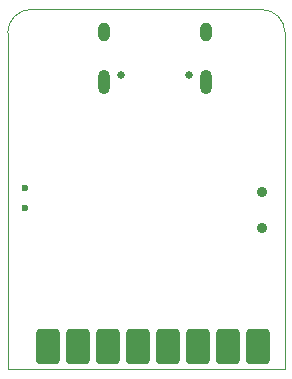
<source format=gbr>
G04 #@! TF.GenerationSoftware,KiCad,Pcbnew,6.0.10+dfsg-1~bpo11+1*
G04 #@! TF.ProjectId,project,70726f6a-6563-4742-9e6b-696361645f70,rev?*
G04 #@! TF.SameCoordinates,Original*
G04 #@! TF.FileFunction,Soldermask,Bot*
G04 #@! TF.FilePolarity,Negative*
%FSLAX46Y46*%
G04 Gerber Fmt 4.6, Leading zero omitted, Abs format (unit mm)*
%MOMM*%
%LPD*%
G01*
G04 APERTURE LIST*
G04 #@! TA.AperFunction,Profile*
%ADD10C,0.100000*%
G04 #@! TD*
%ADD11C,0.900000*%
%ADD12C,0.650000*%
%ADD13O,1.000000X2.100000*%
%ADD14O,1.000000X1.600000*%
%ADD15C,0.600000*%
G04 APERTURE END LIST*
D10*
X122250000Y-126475000D02*
X101150000Y-126475000D01*
X123500000Y-98000000D02*
X123500000Y-126475000D01*
X100000000Y-98000000D02*
X100000000Y-126475000D01*
X123500000Y-98000000D02*
G75*
G03*
X121500000Y-96000000I-2000000J0D01*
G01*
X122250000Y-126475000D02*
X123500000Y-126475000D01*
X102000000Y-96000000D02*
X121500000Y-96000000D01*
X101150000Y-126475000D02*
X100000000Y-126475000D01*
X102000000Y-96000000D02*
G75*
G03*
X100000000Y-98000000I0J-2000000D01*
G01*
D11*
X121532000Y-114475000D03*
X121532000Y-111475000D03*
D12*
X115390000Y-101575000D03*
X109610000Y-101575000D03*
D13*
X116820000Y-102105000D03*
X108180000Y-102105000D03*
D14*
X108180000Y-97925000D03*
X116820000Y-97925000D03*
D15*
X101505500Y-112850000D03*
X101505500Y-111150000D03*
G36*
G01*
X104120000Y-126050000D02*
X102720000Y-126050000D01*
G75*
G02*
X102420000Y-125750000I0J300000D01*
G01*
X102420000Y-123350000D01*
G75*
G02*
X102720000Y-123050000I300000J0D01*
G01*
X104120000Y-123050000D01*
G75*
G02*
X104420000Y-123350000I0J-300000D01*
G01*
X104420000Y-125750000D01*
G75*
G02*
X104120000Y-126050000I-300000J0D01*
G01*
G37*
G36*
G01*
X106660000Y-126050000D02*
X105260000Y-126050000D01*
G75*
G02*
X104960000Y-125750000I0J300000D01*
G01*
X104960000Y-123350000D01*
G75*
G02*
X105260000Y-123050000I300000J0D01*
G01*
X106660000Y-123050000D01*
G75*
G02*
X106960000Y-123350000I0J-300000D01*
G01*
X106960000Y-125750000D01*
G75*
G02*
X106660000Y-126050000I-300000J0D01*
G01*
G37*
G36*
G01*
X109200000Y-126050000D02*
X107800000Y-126050000D01*
G75*
G02*
X107500000Y-125750000I0J300000D01*
G01*
X107500000Y-123350000D01*
G75*
G02*
X107800000Y-123050000I300000J0D01*
G01*
X109200000Y-123050000D01*
G75*
G02*
X109500000Y-123350000I0J-300000D01*
G01*
X109500000Y-125750000D01*
G75*
G02*
X109200000Y-126050000I-300000J0D01*
G01*
G37*
G36*
G01*
X111740000Y-126050000D02*
X110340000Y-126050000D01*
G75*
G02*
X110040000Y-125750000I0J300000D01*
G01*
X110040000Y-123350000D01*
G75*
G02*
X110340000Y-123050000I300000J0D01*
G01*
X111740000Y-123050000D01*
G75*
G02*
X112040000Y-123350000I0J-300000D01*
G01*
X112040000Y-125750000D01*
G75*
G02*
X111740000Y-126050000I-300000J0D01*
G01*
G37*
G36*
G01*
X114280000Y-126050000D02*
X112880000Y-126050000D01*
G75*
G02*
X112580000Y-125750000I0J300000D01*
G01*
X112580000Y-123350000D01*
G75*
G02*
X112880000Y-123050000I300000J0D01*
G01*
X114280000Y-123050000D01*
G75*
G02*
X114580000Y-123350000I0J-300000D01*
G01*
X114580000Y-125750000D01*
G75*
G02*
X114280000Y-126050000I-300000J0D01*
G01*
G37*
G36*
G01*
X116820000Y-126050000D02*
X115420000Y-126050000D01*
G75*
G02*
X115120000Y-125750000I0J300000D01*
G01*
X115120000Y-123350000D01*
G75*
G02*
X115420000Y-123050000I300000J0D01*
G01*
X116820000Y-123050000D01*
G75*
G02*
X117120000Y-123350000I0J-300000D01*
G01*
X117120000Y-125750000D01*
G75*
G02*
X116820000Y-126050000I-300000J0D01*
G01*
G37*
G36*
G01*
X119360000Y-126050000D02*
X117960000Y-126050000D01*
G75*
G02*
X117660000Y-125750000I0J300000D01*
G01*
X117660000Y-123350000D01*
G75*
G02*
X117960000Y-123050000I300000J0D01*
G01*
X119360000Y-123050000D01*
G75*
G02*
X119660000Y-123350000I0J-300000D01*
G01*
X119660000Y-125750000D01*
G75*
G02*
X119360000Y-126050000I-300000J0D01*
G01*
G37*
G36*
G01*
X121900000Y-126050000D02*
X120500000Y-126050000D01*
G75*
G02*
X120200000Y-125750000I0J300000D01*
G01*
X120200000Y-123350000D01*
G75*
G02*
X120500000Y-123050000I300000J0D01*
G01*
X121900000Y-123050000D01*
G75*
G02*
X122200000Y-123350000I0J-300000D01*
G01*
X122200000Y-125750000D01*
G75*
G02*
X121900000Y-126050000I-300000J0D01*
G01*
G37*
M02*

</source>
